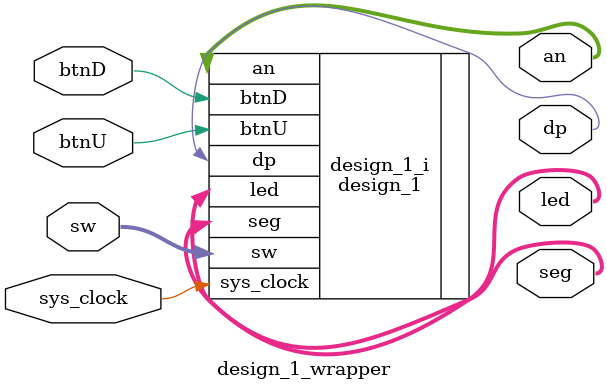
<source format=v>
`timescale 1 ps / 1 ps

module design_1_wrapper
   (an,
    btnD,
    btnU,
    dp,
    led,
    seg,
    sw,
    sys_clock);
  output [3:0]an;
  input btnD;
  input btnU;
  output dp;
  output [2:0]led;
  output [6:0]seg;
  input [15:0]sw;
  input sys_clock;

  wire [3:0]an;
  wire btnD;
  wire btnU;
  wire dp;
  wire [2:0]led;
  wire [6:0]seg;
  wire [15:0]sw;
  wire sys_clock;

  design_1 design_1_i
       (.an(an),
        .btnD(btnD),
        .btnU(btnU),
        .dp(dp),
        .led(led),
        .seg(seg),
        .sw(sw),
        .sys_clock(sys_clock));
endmodule

</source>
